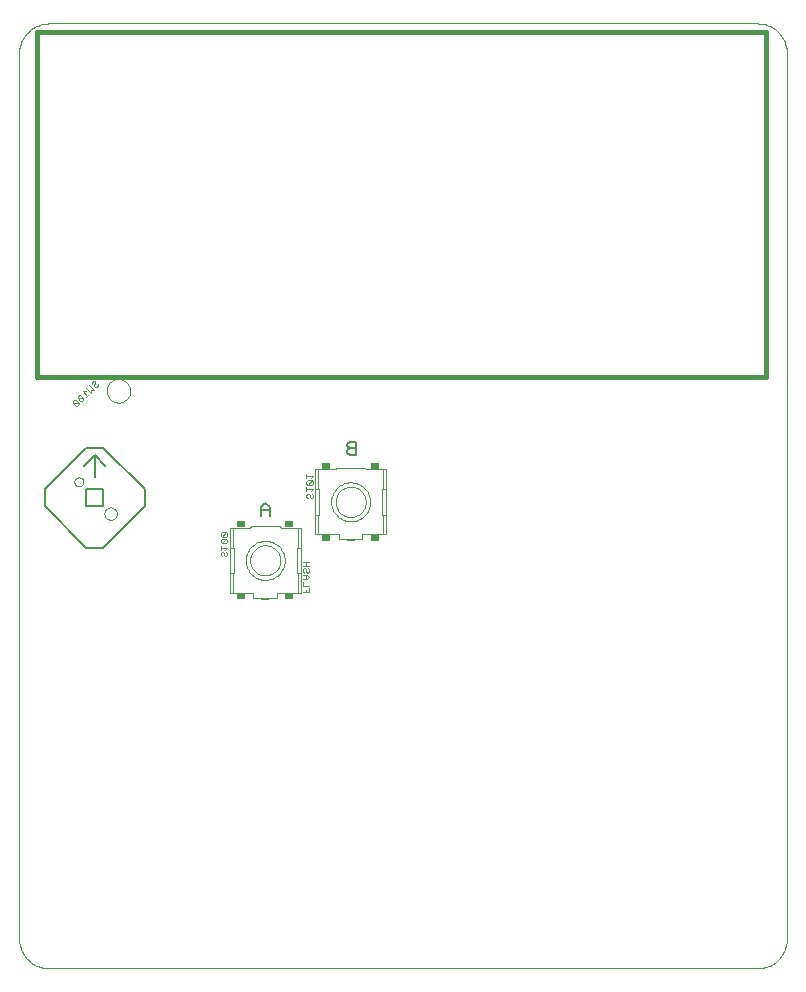
<source format=gbo>
G75*
%MOIN*%
%OFA0B0*%
%FSLAX24Y24*%
%IPPOS*%
%LPD*%
%AMOC8*
5,1,8,0,0,1.08239X$1,22.5*
%
%ADD10C,0.0000*%
%ADD11C,0.0160*%
%ADD12C,0.0060*%
%ADD13C,0.0030*%
%ADD14C,0.0050*%
%ADD15C,0.0040*%
%ADD16R,0.0298X0.0216*%
%ADD17R,0.0304X0.0210*%
%ADD18R,0.0298X0.0210*%
%ADD19R,0.0298X0.0053*%
%ADD20R,0.0298X0.0216*%
D10*
X000960Y001444D02*
X000960Y030972D01*
X000962Y031034D01*
X000968Y031095D01*
X000977Y031156D01*
X000991Y031217D01*
X001008Y031276D01*
X001029Y031334D01*
X001054Y031391D01*
X001082Y031446D01*
X001113Y031499D01*
X001148Y031550D01*
X001186Y031599D01*
X001227Y031646D01*
X001270Y031689D01*
X001317Y031730D01*
X001366Y031768D01*
X001417Y031803D01*
X001470Y031834D01*
X001525Y031862D01*
X001582Y031887D01*
X001640Y031908D01*
X001699Y031925D01*
X001760Y031939D01*
X001821Y031948D01*
X001882Y031954D01*
X001944Y031956D01*
X025567Y031956D01*
X025629Y031954D01*
X025690Y031948D01*
X025751Y031939D01*
X025812Y031925D01*
X025871Y031908D01*
X025929Y031887D01*
X025986Y031862D01*
X026041Y031834D01*
X026094Y031803D01*
X026145Y031768D01*
X026194Y031730D01*
X026241Y031689D01*
X026284Y031646D01*
X026325Y031599D01*
X026363Y031550D01*
X026398Y031499D01*
X026429Y031446D01*
X026457Y031391D01*
X026482Y031334D01*
X026503Y031276D01*
X026520Y031217D01*
X026534Y031156D01*
X026543Y031095D01*
X026549Y031034D01*
X026551Y030972D01*
X026551Y001444D01*
X026549Y001382D01*
X026543Y001321D01*
X026534Y001260D01*
X026520Y001199D01*
X026503Y001140D01*
X026482Y001082D01*
X026457Y001025D01*
X026429Y000970D01*
X026398Y000917D01*
X026363Y000866D01*
X026325Y000817D01*
X026284Y000770D01*
X026241Y000727D01*
X026194Y000686D01*
X026145Y000648D01*
X026094Y000613D01*
X026041Y000582D01*
X025986Y000554D01*
X025929Y000529D01*
X025871Y000508D01*
X025812Y000491D01*
X025751Y000477D01*
X025690Y000468D01*
X025629Y000462D01*
X025567Y000460D01*
X001944Y000460D01*
X001882Y000462D01*
X001821Y000468D01*
X001760Y000477D01*
X001699Y000491D01*
X001640Y000508D01*
X001582Y000529D01*
X001525Y000554D01*
X001470Y000582D01*
X001417Y000613D01*
X001366Y000648D01*
X001317Y000686D01*
X001270Y000727D01*
X001227Y000770D01*
X001186Y000817D01*
X001148Y000866D01*
X001113Y000917D01*
X001082Y000970D01*
X001054Y001025D01*
X001029Y001082D01*
X001008Y001140D01*
X000991Y001199D01*
X000977Y001260D01*
X000968Y001321D01*
X000962Y001382D01*
X000960Y001444D01*
X003799Y015619D02*
X003801Y015647D01*
X003807Y015675D01*
X003816Y015701D01*
X003829Y015727D01*
X003845Y015750D01*
X003865Y015770D01*
X003887Y015788D01*
X003911Y015803D01*
X003937Y015814D01*
X003964Y015822D01*
X003992Y015826D01*
X004020Y015826D01*
X004048Y015822D01*
X004075Y015814D01*
X004101Y015803D01*
X004125Y015788D01*
X004147Y015770D01*
X004167Y015750D01*
X004183Y015727D01*
X004196Y015701D01*
X004205Y015675D01*
X004211Y015647D01*
X004213Y015619D01*
X004211Y015591D01*
X004205Y015563D01*
X004196Y015537D01*
X004183Y015511D01*
X004167Y015488D01*
X004147Y015468D01*
X004125Y015450D01*
X004101Y015435D01*
X004075Y015424D01*
X004048Y015416D01*
X004020Y015412D01*
X003992Y015412D01*
X003964Y015416D01*
X003937Y015424D01*
X003911Y015435D01*
X003887Y015450D01*
X003865Y015468D01*
X003845Y015488D01*
X003829Y015511D01*
X003816Y015537D01*
X003807Y015563D01*
X003801Y015591D01*
X003799Y015619D01*
X002800Y016677D02*
X002802Y016701D01*
X002808Y016724D01*
X002817Y016746D01*
X002830Y016766D01*
X002845Y016784D01*
X002864Y016799D01*
X002885Y016811D01*
X002907Y016819D01*
X002930Y016824D01*
X002954Y016825D01*
X002978Y016822D01*
X003000Y016815D01*
X003022Y016805D01*
X003042Y016792D01*
X003059Y016775D01*
X003073Y016756D01*
X003084Y016735D01*
X003092Y016712D01*
X003096Y016689D01*
X003096Y016665D01*
X003092Y016642D01*
X003084Y016619D01*
X003073Y016598D01*
X003059Y016579D01*
X003042Y016562D01*
X003022Y016549D01*
X003000Y016539D01*
X002978Y016532D01*
X002954Y016529D01*
X002930Y016530D01*
X002907Y016535D01*
X002885Y016543D01*
X002864Y016555D01*
X002845Y016570D01*
X002830Y016588D01*
X002817Y016608D01*
X002808Y016630D01*
X002802Y016653D01*
X002800Y016677D01*
X003873Y019712D02*
X003875Y019751D01*
X003881Y019790D01*
X003891Y019828D01*
X003904Y019865D01*
X003921Y019900D01*
X003941Y019934D01*
X003965Y019965D01*
X003992Y019994D01*
X004021Y020020D01*
X004053Y020043D01*
X004087Y020063D01*
X004123Y020079D01*
X004160Y020091D01*
X004199Y020100D01*
X004238Y020105D01*
X004277Y020106D01*
X004316Y020103D01*
X004355Y020096D01*
X004392Y020085D01*
X004429Y020071D01*
X004464Y020053D01*
X004497Y020032D01*
X004528Y020007D01*
X004556Y019980D01*
X004581Y019950D01*
X004603Y019917D01*
X004622Y019883D01*
X004637Y019847D01*
X004649Y019809D01*
X004657Y019771D01*
X004661Y019732D01*
X004661Y019692D01*
X004657Y019653D01*
X004649Y019615D01*
X004637Y019577D01*
X004622Y019541D01*
X004603Y019507D01*
X004581Y019474D01*
X004556Y019444D01*
X004528Y019417D01*
X004497Y019392D01*
X004464Y019371D01*
X004429Y019353D01*
X004392Y019339D01*
X004355Y019328D01*
X004316Y019321D01*
X004277Y019318D01*
X004238Y019319D01*
X004199Y019324D01*
X004160Y019333D01*
X004123Y019345D01*
X004087Y019361D01*
X004053Y019381D01*
X004021Y019404D01*
X003992Y019430D01*
X003965Y019459D01*
X003941Y019490D01*
X003921Y019524D01*
X003904Y019559D01*
X003891Y019596D01*
X003881Y019634D01*
X003875Y019673D01*
X003873Y019712D01*
D11*
X001560Y020160D02*
X025860Y020160D01*
X025860Y022360D01*
X025860Y031660D01*
X004860Y031660D01*
X001560Y031660D01*
X001560Y020160D01*
D12*
X009022Y015823D02*
X009022Y015529D01*
X009022Y015750D02*
X009316Y015750D01*
X009316Y015823D02*
X009169Y015970D01*
X009022Y015823D01*
X009316Y015823D02*
X009316Y015529D01*
X011896Y017650D02*
X011970Y017577D01*
X012190Y017577D01*
X012190Y018017D01*
X011970Y018017D01*
X011896Y017944D01*
X011896Y017870D01*
X011970Y017797D01*
X012190Y017797D01*
X011970Y017797D02*
X011896Y017723D01*
X011896Y017650D01*
D13*
X010745Y016874D02*
X010675Y016804D01*
X010710Y016723D02*
X010570Y016583D01*
X010535Y016618D01*
X010535Y016688D01*
X010570Y016723D01*
X010710Y016723D01*
X010745Y016688D01*
X010745Y016618D01*
X010710Y016583D01*
X010570Y016583D01*
X010535Y016502D02*
X010535Y016362D01*
X010535Y016432D02*
X010745Y016432D01*
X010675Y016362D01*
X010710Y016281D02*
X010745Y016246D01*
X010745Y016176D01*
X010710Y016141D01*
X010675Y016141D01*
X010640Y016176D01*
X010640Y016246D01*
X010605Y016281D01*
X010570Y016281D01*
X010535Y016246D01*
X010535Y016176D01*
X010570Y016141D01*
X010535Y016804D02*
X010535Y016944D01*
X010535Y016874D02*
X010745Y016874D01*
X010630Y014016D02*
X010420Y014016D01*
X010525Y014016D02*
X010525Y013876D01*
X010490Y013795D02*
X010455Y013795D01*
X010420Y013760D01*
X010420Y013690D01*
X010455Y013655D01*
X010525Y013690D02*
X010525Y013760D01*
X010490Y013795D01*
X010595Y013795D02*
X010630Y013760D01*
X010630Y013690D01*
X010595Y013655D01*
X010560Y013655D01*
X010525Y013690D01*
X010525Y013574D02*
X010525Y013434D01*
X010560Y013434D02*
X010630Y013504D01*
X010560Y013574D01*
X010420Y013574D01*
X010420Y013434D02*
X010560Y013434D01*
X010420Y013353D02*
X010420Y013213D01*
X010630Y013213D01*
X010630Y013132D02*
X010630Y012992D01*
X010420Y012992D01*
X010525Y012992D02*
X010525Y013062D01*
X010420Y013876D02*
X010630Y013876D01*
X007895Y014226D02*
X007860Y014191D01*
X007825Y014191D01*
X007790Y014226D01*
X007790Y014296D01*
X007755Y014331D01*
X007720Y014331D01*
X007685Y014296D01*
X007685Y014226D01*
X007720Y014191D01*
X007895Y014226D02*
X007895Y014296D01*
X007860Y014331D01*
X007825Y014412D02*
X007895Y014482D01*
X007685Y014482D01*
X007685Y014412D02*
X007685Y014552D01*
X007720Y014633D02*
X007685Y014668D01*
X007685Y014738D01*
X007720Y014773D01*
X007860Y014773D01*
X007720Y014633D01*
X007860Y014633D01*
X007895Y014668D01*
X007895Y014738D01*
X007860Y014773D01*
X007860Y014854D02*
X007895Y014889D01*
X007895Y014959D01*
X007860Y014994D01*
X007720Y014854D01*
X007685Y014889D01*
X007685Y014959D01*
X007720Y014994D01*
X007860Y014994D01*
X007860Y014854D02*
X007720Y014854D01*
X003439Y019750D02*
X003340Y019750D01*
X003340Y019651D01*
X003191Y019800D01*
X003184Y019693D02*
X003085Y019693D01*
X003233Y019544D01*
X003184Y019495D02*
X003283Y019594D01*
X003439Y019750D02*
X003290Y019899D01*
X003372Y019931D02*
X003372Y019981D01*
X003422Y020030D01*
X003472Y020030D01*
X003496Y020005D01*
X003496Y019956D01*
X003447Y019906D01*
X003447Y019857D01*
X003472Y019832D01*
X003521Y019832D01*
X003571Y019882D01*
X003571Y019931D01*
X003102Y019462D02*
X003102Y019413D01*
X003052Y019363D01*
X003003Y019363D01*
X002904Y019462D01*
X003102Y019462D01*
X003003Y019561D01*
X002953Y019561D01*
X002904Y019512D01*
X002904Y019462D01*
X002846Y019405D02*
X002797Y019405D01*
X002747Y019356D01*
X002747Y019306D01*
X002946Y019306D01*
X002946Y019256D01*
X002896Y019207D01*
X002846Y019207D01*
X002747Y019306D01*
X002846Y019405D02*
X002946Y019306D01*
D14*
X003199Y017818D02*
X001807Y016426D01*
X001807Y015870D01*
X003199Y014478D01*
X003756Y014478D01*
X005148Y015870D01*
X005148Y016426D01*
X003756Y017818D01*
X003199Y017818D01*
X003477Y017562D02*
X003124Y017209D01*
X003477Y016855D02*
X003477Y017562D01*
X003831Y017209D01*
X003756Y016426D02*
X003199Y016426D01*
X003199Y015870D01*
X003756Y015870D01*
X003756Y016426D01*
D15*
X007980Y015147D02*
X007980Y012973D01*
X008769Y012973D01*
X008769Y012810D01*
X009546Y012810D01*
X009546Y012973D01*
X010341Y012973D01*
X010341Y015147D01*
X009686Y015147D01*
X009639Y015194D01*
X008687Y015194D01*
X008640Y015147D01*
X007980Y015147D01*
X008073Y015123D02*
X008073Y014504D01*
X008114Y014487D02*
X008003Y014487D01*
X008114Y014487D02*
X008114Y013639D01*
X008073Y013639D01*
X007997Y013639D01*
X008073Y013639D02*
X008073Y012991D01*
X008511Y014060D02*
X008513Y014110D01*
X008519Y014160D01*
X008528Y014210D01*
X008542Y014258D01*
X008559Y014305D01*
X008580Y014351D01*
X008604Y014395D01*
X008632Y014437D01*
X008663Y014477D01*
X008697Y014514D01*
X008733Y014549D01*
X008772Y014581D01*
X008814Y014609D01*
X008858Y014634D01*
X008903Y014656D01*
X008950Y014674D01*
X008998Y014688D01*
X009047Y014699D01*
X009097Y014706D01*
X009147Y014709D01*
X009198Y014708D01*
X009248Y014703D01*
X009297Y014694D01*
X009346Y014682D01*
X009394Y014665D01*
X009440Y014646D01*
X009484Y014622D01*
X009527Y014595D01*
X009567Y014565D01*
X009605Y014532D01*
X009641Y014496D01*
X009673Y014458D01*
X009702Y014417D01*
X009728Y014374D01*
X009751Y014329D01*
X009770Y014282D01*
X009785Y014234D01*
X009797Y014185D01*
X009805Y014135D01*
X009809Y014085D01*
X009809Y014035D01*
X009805Y013985D01*
X009797Y013935D01*
X009785Y013886D01*
X009770Y013838D01*
X009751Y013791D01*
X009728Y013746D01*
X009702Y013703D01*
X009673Y013662D01*
X009641Y013624D01*
X009605Y013588D01*
X009567Y013555D01*
X009527Y013525D01*
X009485Y013498D01*
X009440Y013474D01*
X009394Y013455D01*
X009346Y013438D01*
X009297Y013426D01*
X009248Y013417D01*
X009198Y013412D01*
X009147Y013411D01*
X009097Y013414D01*
X009047Y013421D01*
X008998Y013432D01*
X008950Y013446D01*
X008903Y013464D01*
X008858Y013486D01*
X008814Y013511D01*
X008772Y013539D01*
X008733Y013571D01*
X008697Y013606D01*
X008663Y013643D01*
X008632Y013683D01*
X008604Y013725D01*
X008580Y013769D01*
X008559Y013815D01*
X008542Y013862D01*
X008528Y013910D01*
X008519Y013960D01*
X008513Y014010D01*
X008511Y014060D01*
X008657Y014060D02*
X008659Y014104D01*
X008665Y014149D01*
X008675Y014192D01*
X008688Y014234D01*
X008705Y014275D01*
X008726Y014315D01*
X008750Y014352D01*
X008778Y014387D01*
X008808Y014420D01*
X008841Y014449D01*
X008877Y014476D01*
X008915Y014499D01*
X008955Y014519D01*
X008996Y014536D01*
X009039Y014548D01*
X009082Y014557D01*
X009127Y014562D01*
X009171Y014563D01*
X009216Y014560D01*
X009259Y014553D01*
X009303Y014542D01*
X009345Y014528D01*
X009385Y014510D01*
X009424Y014488D01*
X009461Y014463D01*
X009495Y014435D01*
X009527Y014404D01*
X009556Y014370D01*
X009582Y014334D01*
X009605Y014295D01*
X009624Y014255D01*
X009639Y014213D01*
X009651Y014170D01*
X009659Y014127D01*
X009663Y014082D01*
X009663Y014038D01*
X009659Y013993D01*
X009651Y013950D01*
X009639Y013907D01*
X009624Y013865D01*
X009605Y013825D01*
X009582Y013786D01*
X009556Y013750D01*
X009527Y013716D01*
X009495Y013685D01*
X009461Y013657D01*
X009424Y013632D01*
X009385Y013610D01*
X009345Y013592D01*
X009303Y013578D01*
X009259Y013567D01*
X009216Y013560D01*
X009171Y013557D01*
X009127Y013558D01*
X009082Y013563D01*
X009039Y013572D01*
X008996Y013584D01*
X008955Y013601D01*
X008915Y013621D01*
X008877Y013644D01*
X008841Y013671D01*
X008808Y013700D01*
X008778Y013733D01*
X008750Y013768D01*
X008726Y013805D01*
X008705Y013845D01*
X008688Y013886D01*
X008675Y013928D01*
X008665Y013971D01*
X008659Y014016D01*
X008657Y014060D01*
X010206Y013639D02*
X010206Y014487D01*
X010317Y014487D01*
X010247Y014504D02*
X010247Y015123D01*
X010830Y014923D02*
X011619Y014923D01*
X011619Y014760D01*
X012396Y014760D01*
X012396Y014923D01*
X013191Y014923D01*
X013191Y017097D01*
X012536Y017097D01*
X012489Y017144D01*
X011537Y017144D01*
X011490Y017097D01*
X010830Y017097D01*
X010830Y014923D01*
X010923Y014941D02*
X010923Y015589D01*
X010847Y015589D01*
X010923Y015589D02*
X010964Y015589D01*
X010964Y016437D01*
X010853Y016437D01*
X010923Y016454D02*
X010923Y017073D01*
X011361Y016010D02*
X011363Y016060D01*
X011369Y016110D01*
X011378Y016160D01*
X011392Y016208D01*
X011409Y016255D01*
X011430Y016301D01*
X011454Y016345D01*
X011482Y016387D01*
X011513Y016427D01*
X011547Y016464D01*
X011583Y016499D01*
X011622Y016531D01*
X011664Y016559D01*
X011708Y016584D01*
X011753Y016606D01*
X011800Y016624D01*
X011848Y016638D01*
X011897Y016649D01*
X011947Y016656D01*
X011997Y016659D01*
X012048Y016658D01*
X012098Y016653D01*
X012147Y016644D01*
X012196Y016632D01*
X012244Y016615D01*
X012290Y016596D01*
X012334Y016572D01*
X012377Y016545D01*
X012417Y016515D01*
X012455Y016482D01*
X012491Y016446D01*
X012523Y016408D01*
X012552Y016367D01*
X012578Y016324D01*
X012601Y016279D01*
X012620Y016232D01*
X012635Y016184D01*
X012647Y016135D01*
X012655Y016085D01*
X012659Y016035D01*
X012659Y015985D01*
X012655Y015935D01*
X012647Y015885D01*
X012635Y015836D01*
X012620Y015788D01*
X012601Y015741D01*
X012578Y015696D01*
X012552Y015653D01*
X012523Y015612D01*
X012491Y015574D01*
X012455Y015538D01*
X012417Y015505D01*
X012377Y015475D01*
X012335Y015448D01*
X012290Y015424D01*
X012244Y015405D01*
X012196Y015388D01*
X012147Y015376D01*
X012098Y015367D01*
X012048Y015362D01*
X011997Y015361D01*
X011947Y015364D01*
X011897Y015371D01*
X011848Y015382D01*
X011800Y015396D01*
X011753Y015414D01*
X011708Y015436D01*
X011664Y015461D01*
X011622Y015489D01*
X011583Y015521D01*
X011547Y015556D01*
X011513Y015593D01*
X011482Y015633D01*
X011454Y015675D01*
X011430Y015719D01*
X011409Y015765D01*
X011392Y015812D01*
X011378Y015860D01*
X011369Y015910D01*
X011363Y015960D01*
X011361Y016010D01*
X011507Y016010D02*
X011509Y016054D01*
X011515Y016099D01*
X011525Y016142D01*
X011538Y016184D01*
X011555Y016225D01*
X011576Y016265D01*
X011600Y016302D01*
X011628Y016337D01*
X011658Y016370D01*
X011691Y016399D01*
X011727Y016426D01*
X011765Y016449D01*
X011805Y016469D01*
X011846Y016486D01*
X011889Y016498D01*
X011932Y016507D01*
X011977Y016512D01*
X012021Y016513D01*
X012066Y016510D01*
X012109Y016503D01*
X012153Y016492D01*
X012195Y016478D01*
X012235Y016460D01*
X012274Y016438D01*
X012311Y016413D01*
X012345Y016385D01*
X012377Y016354D01*
X012406Y016320D01*
X012432Y016284D01*
X012455Y016245D01*
X012474Y016205D01*
X012489Y016163D01*
X012501Y016120D01*
X012509Y016077D01*
X012513Y016032D01*
X012513Y015988D01*
X012509Y015943D01*
X012501Y015900D01*
X012489Y015857D01*
X012474Y015815D01*
X012455Y015775D01*
X012432Y015736D01*
X012406Y015700D01*
X012377Y015666D01*
X012345Y015635D01*
X012311Y015607D01*
X012274Y015582D01*
X012235Y015560D01*
X012195Y015542D01*
X012153Y015528D01*
X012109Y015517D01*
X012066Y015510D01*
X012021Y015507D01*
X011977Y015508D01*
X011932Y015513D01*
X011889Y015522D01*
X011846Y015534D01*
X011805Y015551D01*
X011765Y015571D01*
X011727Y015594D01*
X011691Y015621D01*
X011658Y015650D01*
X011628Y015683D01*
X011600Y015718D01*
X011576Y015755D01*
X011555Y015795D01*
X011538Y015836D01*
X011525Y015878D01*
X011515Y015921D01*
X011509Y015966D01*
X011507Y016010D01*
X013056Y015589D02*
X013056Y016437D01*
X013167Y016437D01*
X013097Y016454D02*
X013097Y017073D01*
X013097Y015589D02*
X013173Y015589D01*
X013097Y015589D02*
X013056Y015589D01*
X013097Y015589D02*
X013097Y014941D01*
X010323Y013639D02*
X010247Y013639D01*
X010206Y013639D01*
X010247Y013639D02*
X010247Y012991D01*
D16*
X008351Y015261D03*
X011201Y017211D03*
D17*
X012817Y017214D03*
X009967Y015264D03*
D18*
X011201Y014806D03*
X008351Y012856D03*
D19*
X009157Y012777D03*
X012007Y014727D03*
D20*
X012814Y014809D03*
X009964Y012859D03*
M02*

</source>
